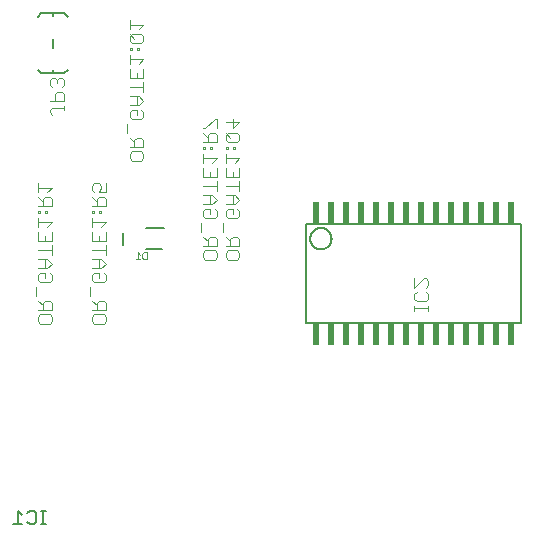
<source format=gbl>
G75*
%MOIN*%
%OFA0B0*%
%FSLAX25Y25*%
%IPPOS*%
%LPD*%
%AMOC8*
5,1,8,0,0,1.08239X$1,22.5*
%
%ADD10C,0.00500*%
%ADD11R,0.01969X0.07283*%
%ADD12C,0.00400*%
%ADD13C,0.00800*%
%ADD14C,0.00200*%
D10*
X0009968Y0028256D02*
X0012971Y0028256D01*
X0011470Y0028256D02*
X0011470Y0032760D01*
X0012971Y0031259D01*
X0014572Y0032009D02*
X0015323Y0032760D01*
X0016824Y0032760D01*
X0017575Y0032009D01*
X0017575Y0029007D01*
X0016824Y0028256D01*
X0015323Y0028256D01*
X0014572Y0029007D01*
X0019143Y0028256D02*
X0020644Y0028256D01*
X0019894Y0028256D02*
X0019894Y0032760D01*
X0020644Y0032760D02*
X0019143Y0032760D01*
X0107546Y0095471D02*
X0179042Y0095471D01*
X0179042Y0128541D01*
X0107546Y0128541D01*
X0107546Y0095471D01*
X0108878Y0123561D02*
X0108880Y0123680D01*
X0108886Y0123798D01*
X0108896Y0123916D01*
X0108910Y0124034D01*
X0108927Y0124151D01*
X0108949Y0124268D01*
X0108975Y0124384D01*
X0109004Y0124499D01*
X0109037Y0124613D01*
X0109074Y0124725D01*
X0109115Y0124837D01*
X0109160Y0124947D01*
X0109208Y0125055D01*
X0109260Y0125162D01*
X0109315Y0125267D01*
X0109374Y0125370D01*
X0109436Y0125471D01*
X0109501Y0125570D01*
X0109570Y0125667D01*
X0109642Y0125761D01*
X0109717Y0125853D01*
X0109795Y0125942D01*
X0109876Y0126029D01*
X0109960Y0126113D01*
X0110047Y0126194D01*
X0110136Y0126272D01*
X0110228Y0126347D01*
X0110322Y0126419D01*
X0110419Y0126488D01*
X0110518Y0126553D01*
X0110619Y0126615D01*
X0110722Y0126674D01*
X0110827Y0126729D01*
X0110934Y0126781D01*
X0111042Y0126829D01*
X0111152Y0126874D01*
X0111264Y0126915D01*
X0111376Y0126952D01*
X0111490Y0126985D01*
X0111605Y0127014D01*
X0111721Y0127040D01*
X0111838Y0127062D01*
X0111955Y0127079D01*
X0112073Y0127093D01*
X0112191Y0127103D01*
X0112309Y0127109D01*
X0112428Y0127111D01*
X0112547Y0127109D01*
X0112665Y0127103D01*
X0112783Y0127093D01*
X0112901Y0127079D01*
X0113018Y0127062D01*
X0113135Y0127040D01*
X0113251Y0127014D01*
X0113366Y0126985D01*
X0113480Y0126952D01*
X0113592Y0126915D01*
X0113704Y0126874D01*
X0113814Y0126829D01*
X0113922Y0126781D01*
X0114029Y0126729D01*
X0114134Y0126674D01*
X0114237Y0126615D01*
X0114338Y0126553D01*
X0114437Y0126488D01*
X0114534Y0126419D01*
X0114628Y0126347D01*
X0114720Y0126272D01*
X0114809Y0126194D01*
X0114896Y0126113D01*
X0114980Y0126029D01*
X0115061Y0125942D01*
X0115139Y0125853D01*
X0115214Y0125761D01*
X0115286Y0125667D01*
X0115355Y0125570D01*
X0115420Y0125471D01*
X0115482Y0125370D01*
X0115541Y0125267D01*
X0115596Y0125162D01*
X0115648Y0125055D01*
X0115696Y0124947D01*
X0115741Y0124837D01*
X0115782Y0124725D01*
X0115819Y0124613D01*
X0115852Y0124499D01*
X0115881Y0124384D01*
X0115907Y0124268D01*
X0115929Y0124151D01*
X0115946Y0124034D01*
X0115960Y0123916D01*
X0115970Y0123798D01*
X0115976Y0123680D01*
X0115978Y0123561D01*
X0115976Y0123442D01*
X0115970Y0123324D01*
X0115960Y0123206D01*
X0115946Y0123088D01*
X0115929Y0122971D01*
X0115907Y0122854D01*
X0115881Y0122738D01*
X0115852Y0122623D01*
X0115819Y0122509D01*
X0115782Y0122397D01*
X0115741Y0122285D01*
X0115696Y0122175D01*
X0115648Y0122067D01*
X0115596Y0121960D01*
X0115541Y0121855D01*
X0115482Y0121752D01*
X0115420Y0121651D01*
X0115355Y0121552D01*
X0115286Y0121455D01*
X0115214Y0121361D01*
X0115139Y0121269D01*
X0115061Y0121180D01*
X0114980Y0121093D01*
X0114896Y0121009D01*
X0114809Y0120928D01*
X0114720Y0120850D01*
X0114628Y0120775D01*
X0114534Y0120703D01*
X0114437Y0120634D01*
X0114338Y0120569D01*
X0114237Y0120507D01*
X0114134Y0120448D01*
X0114029Y0120393D01*
X0113922Y0120341D01*
X0113814Y0120293D01*
X0113704Y0120248D01*
X0113592Y0120207D01*
X0113480Y0120170D01*
X0113366Y0120137D01*
X0113251Y0120108D01*
X0113135Y0120082D01*
X0113018Y0120060D01*
X0112901Y0120043D01*
X0112783Y0120029D01*
X0112665Y0120019D01*
X0112547Y0120013D01*
X0112428Y0120011D01*
X0112309Y0120013D01*
X0112191Y0120019D01*
X0112073Y0120029D01*
X0111955Y0120043D01*
X0111838Y0120060D01*
X0111721Y0120082D01*
X0111605Y0120108D01*
X0111490Y0120137D01*
X0111376Y0120170D01*
X0111264Y0120207D01*
X0111152Y0120248D01*
X0111042Y0120293D01*
X0110934Y0120341D01*
X0110827Y0120393D01*
X0110722Y0120448D01*
X0110619Y0120507D01*
X0110518Y0120569D01*
X0110419Y0120634D01*
X0110322Y0120703D01*
X0110228Y0120775D01*
X0110136Y0120850D01*
X0110047Y0120928D01*
X0109960Y0121009D01*
X0109876Y0121093D01*
X0109795Y0121180D01*
X0109717Y0121269D01*
X0109642Y0121361D01*
X0109570Y0121455D01*
X0109501Y0121552D01*
X0109436Y0121651D01*
X0109374Y0121752D01*
X0109315Y0121855D01*
X0109260Y0121960D01*
X0109208Y0122067D01*
X0109160Y0122175D01*
X0109115Y0122285D01*
X0109074Y0122397D01*
X0109037Y0122509D01*
X0109004Y0122623D01*
X0108975Y0122738D01*
X0108949Y0122854D01*
X0108927Y0122971D01*
X0108910Y0123088D01*
X0108896Y0123206D01*
X0108886Y0123324D01*
X0108880Y0123442D01*
X0108878Y0123561D01*
D11*
X0110794Y0132163D03*
X0115794Y0132163D03*
X0120794Y0132163D03*
X0125794Y0132163D03*
X0130794Y0132163D03*
X0135794Y0132163D03*
X0140794Y0132163D03*
X0145794Y0132163D03*
X0150794Y0132163D03*
X0155794Y0132163D03*
X0160794Y0132163D03*
X0165794Y0132163D03*
X0170794Y0132163D03*
X0175794Y0132163D03*
X0175794Y0091849D03*
X0170794Y0091849D03*
X0165794Y0091849D03*
X0160794Y0091849D03*
X0155794Y0091849D03*
X0150794Y0091849D03*
X0145794Y0091849D03*
X0140794Y0091849D03*
X0135794Y0091849D03*
X0130794Y0091849D03*
X0125794Y0091849D03*
X0120794Y0091849D03*
X0115794Y0091849D03*
X0110794Y0091849D03*
D12*
X0085298Y0117273D02*
X0084531Y0116506D01*
X0081462Y0116506D01*
X0080694Y0117273D01*
X0080694Y0118808D01*
X0081462Y0119575D01*
X0084531Y0119575D01*
X0085298Y0118808D01*
X0085298Y0117273D01*
X0085298Y0121110D02*
X0080694Y0121110D01*
X0082229Y0121110D02*
X0082229Y0123412D01*
X0082996Y0124179D01*
X0084531Y0124179D01*
X0085298Y0123412D01*
X0085298Y0121110D01*
X0082229Y0122645D02*
X0080694Y0124179D01*
X0079927Y0125714D02*
X0079927Y0128783D01*
X0081462Y0130318D02*
X0080694Y0131085D01*
X0080694Y0132620D01*
X0081462Y0133387D01*
X0082996Y0133387D01*
X0082996Y0131852D01*
X0081462Y0130318D02*
X0084531Y0130318D01*
X0085298Y0131085D01*
X0085298Y0132620D01*
X0084531Y0133387D01*
X0083763Y0134922D02*
X0085298Y0136456D01*
X0083763Y0137991D01*
X0080694Y0137991D01*
X0082996Y0137991D02*
X0082996Y0134922D01*
X0083763Y0134922D02*
X0080694Y0134922D01*
X0077798Y0136456D02*
X0076263Y0137991D01*
X0073194Y0137991D01*
X0075496Y0137991D02*
X0075496Y0134922D01*
X0076263Y0134922D02*
X0073194Y0134922D01*
X0073962Y0133387D02*
X0075496Y0133387D01*
X0075496Y0131852D01*
X0073962Y0130318D02*
X0073194Y0131085D01*
X0073194Y0132620D01*
X0073962Y0133387D01*
X0076263Y0134922D02*
X0077798Y0136456D01*
X0077031Y0133387D02*
X0077798Y0132620D01*
X0077798Y0131085D01*
X0077031Y0130318D01*
X0073962Y0130318D01*
X0072427Y0128783D02*
X0072427Y0125714D01*
X0073194Y0124179D02*
X0074729Y0122645D01*
X0074729Y0123412D02*
X0074729Y0121110D01*
X0073194Y0121110D02*
X0077798Y0121110D01*
X0077798Y0123412D01*
X0077031Y0124179D01*
X0075496Y0124179D01*
X0074729Y0123412D01*
X0073962Y0119575D02*
X0073194Y0118808D01*
X0073194Y0117273D01*
X0073962Y0116506D01*
X0077031Y0116506D01*
X0077798Y0117273D01*
X0077798Y0118808D01*
X0077031Y0119575D01*
X0073962Y0119575D01*
X0077798Y0139526D02*
X0077798Y0142595D01*
X0077798Y0144130D02*
X0073194Y0144130D01*
X0073194Y0147199D01*
X0073194Y0148733D02*
X0073194Y0151803D01*
X0073194Y0153337D02*
X0073962Y0153337D01*
X0073962Y0154105D01*
X0073194Y0154105D01*
X0073194Y0153337D01*
X0075496Y0153337D02*
X0076263Y0153337D01*
X0076263Y0154105D01*
X0075496Y0154105D01*
X0075496Y0153337D01*
X0074729Y0155639D02*
X0074729Y0157941D01*
X0075496Y0158709D01*
X0077031Y0158709D01*
X0077798Y0157941D01*
X0077798Y0155639D01*
X0073194Y0155639D01*
X0074729Y0157174D02*
X0073194Y0158709D01*
X0073194Y0160243D02*
X0073962Y0160243D01*
X0077031Y0163313D01*
X0077798Y0163313D01*
X0077798Y0160243D01*
X0080694Y0158709D02*
X0082229Y0157174D01*
X0081462Y0158709D02*
X0080694Y0157941D01*
X0080694Y0156407D01*
X0081462Y0155639D01*
X0084531Y0155639D01*
X0085298Y0156407D01*
X0085298Y0157941D01*
X0084531Y0158709D01*
X0081462Y0158709D01*
X0082996Y0160243D02*
X0082996Y0163313D01*
X0080694Y0162545D02*
X0085298Y0162545D01*
X0082996Y0160243D01*
X0082996Y0154105D02*
X0082996Y0153337D01*
X0083763Y0153337D01*
X0083763Y0154105D01*
X0082996Y0154105D01*
X0081462Y0154105D02*
X0080694Y0154105D01*
X0080694Y0153337D01*
X0081462Y0153337D01*
X0081462Y0154105D01*
X0080694Y0151803D02*
X0080694Y0148733D01*
X0080694Y0147199D02*
X0080694Y0144130D01*
X0085298Y0144130D01*
X0085298Y0147199D01*
X0083763Y0148733D02*
X0085298Y0150268D01*
X0080694Y0150268D01*
X0077798Y0150268D02*
X0076263Y0148733D01*
X0077798Y0147199D02*
X0077798Y0144130D01*
X0075496Y0144130D02*
X0075496Y0145664D01*
X0073194Y0141060D02*
X0077798Y0141060D01*
X0080694Y0141060D02*
X0085298Y0141060D01*
X0085298Y0139526D02*
X0085298Y0142595D01*
X0082996Y0144130D02*
X0082996Y0145664D01*
X0077798Y0150268D02*
X0073194Y0150268D01*
X0053298Y0150273D02*
X0052531Y0149506D01*
X0049462Y0149506D01*
X0048694Y0150273D01*
X0048694Y0151808D01*
X0049462Y0152575D01*
X0052531Y0152575D01*
X0053298Y0151808D01*
X0053298Y0150273D01*
X0053298Y0154110D02*
X0053298Y0156412D01*
X0052531Y0157179D01*
X0050996Y0157179D01*
X0050229Y0156412D01*
X0050229Y0154110D01*
X0050229Y0155645D02*
X0048694Y0157179D01*
X0047927Y0158714D02*
X0047927Y0161783D01*
X0049462Y0163318D02*
X0048694Y0164085D01*
X0048694Y0165620D01*
X0049462Y0166387D01*
X0050996Y0166387D01*
X0050996Y0164852D01*
X0049462Y0163318D02*
X0052531Y0163318D01*
X0053298Y0164085D01*
X0053298Y0165620D01*
X0052531Y0166387D01*
X0051763Y0167922D02*
X0053298Y0169456D01*
X0051763Y0170991D01*
X0048694Y0170991D01*
X0050996Y0170991D02*
X0050996Y0167922D01*
X0051763Y0167922D02*
X0048694Y0167922D01*
X0053298Y0172526D02*
X0053298Y0175595D01*
X0053298Y0177130D02*
X0048694Y0177130D01*
X0048694Y0180199D01*
X0048694Y0181733D02*
X0048694Y0184803D01*
X0048694Y0186337D02*
X0049462Y0186337D01*
X0049462Y0187105D01*
X0048694Y0187105D01*
X0048694Y0186337D01*
X0050996Y0186337D02*
X0050996Y0187105D01*
X0051763Y0187105D01*
X0051763Y0186337D01*
X0050996Y0186337D01*
X0049462Y0188639D02*
X0048694Y0189407D01*
X0048694Y0190941D01*
X0049462Y0191709D01*
X0052531Y0191709D01*
X0053298Y0190941D01*
X0053298Y0189407D01*
X0052531Y0188639D01*
X0049462Y0188639D01*
X0050229Y0190174D02*
X0048694Y0191709D01*
X0048694Y0193243D02*
X0048694Y0196313D01*
X0048694Y0194778D02*
X0053298Y0194778D01*
X0051763Y0193243D01*
X0053298Y0183268D02*
X0048694Y0183268D01*
X0051763Y0181733D02*
X0053298Y0183268D01*
X0053298Y0180199D02*
X0053298Y0177130D01*
X0050996Y0177130D02*
X0050996Y0178664D01*
X0048694Y0174060D02*
X0053298Y0174060D01*
X0053298Y0154110D02*
X0048694Y0154110D01*
X0040798Y0141971D02*
X0040798Y0138902D01*
X0038496Y0138902D01*
X0039263Y0140437D01*
X0039263Y0141204D01*
X0038496Y0141971D01*
X0036962Y0141971D01*
X0036194Y0141204D01*
X0036194Y0139669D01*
X0036962Y0138902D01*
X0036194Y0137367D02*
X0037729Y0135833D01*
X0037729Y0136600D02*
X0037729Y0134298D01*
X0036194Y0134298D02*
X0040798Y0134298D01*
X0040798Y0136600D01*
X0040031Y0137367D01*
X0038496Y0137367D01*
X0037729Y0136600D01*
X0038496Y0132763D02*
X0038496Y0131996D01*
X0039263Y0131996D01*
X0039263Y0132763D01*
X0038496Y0132763D01*
X0036962Y0132763D02*
X0036962Y0131996D01*
X0036194Y0131996D01*
X0036194Y0132763D01*
X0036962Y0132763D01*
X0036194Y0130461D02*
X0036194Y0127392D01*
X0036194Y0125858D02*
X0036194Y0122788D01*
X0040798Y0122788D01*
X0040798Y0125858D01*
X0039263Y0127392D02*
X0040798Y0128927D01*
X0036194Y0128927D01*
X0038496Y0124323D02*
X0038496Y0122788D01*
X0040798Y0121254D02*
X0040798Y0118184D01*
X0040798Y0119719D02*
X0036194Y0119719D01*
X0036194Y0116650D02*
X0039263Y0116650D01*
X0040798Y0115115D01*
X0039263Y0113580D01*
X0036194Y0113580D01*
X0036962Y0112046D02*
X0038496Y0112046D01*
X0038496Y0110511D01*
X0040031Y0108976D02*
X0036962Y0108976D01*
X0036194Y0109744D01*
X0036194Y0111278D01*
X0036962Y0112046D01*
X0038496Y0113580D02*
X0038496Y0116650D01*
X0040031Y0112046D02*
X0040798Y0111278D01*
X0040798Y0109744D01*
X0040031Y0108976D01*
X0035427Y0107442D02*
X0035427Y0104373D01*
X0036194Y0102838D02*
X0037729Y0101303D01*
X0037729Y0102071D02*
X0037729Y0099769D01*
X0036194Y0099769D02*
X0040798Y0099769D01*
X0040798Y0102071D01*
X0040031Y0102838D01*
X0038496Y0102838D01*
X0037729Y0102071D01*
X0036962Y0098234D02*
X0040031Y0098234D01*
X0040798Y0097467D01*
X0040798Y0095932D01*
X0040031Y0095165D01*
X0036962Y0095165D01*
X0036194Y0095932D01*
X0036194Y0097467D01*
X0036962Y0098234D01*
X0022798Y0097467D02*
X0022031Y0098234D01*
X0018962Y0098234D01*
X0018194Y0097467D01*
X0018194Y0095932D01*
X0018962Y0095165D01*
X0022031Y0095165D01*
X0022798Y0095932D01*
X0022798Y0097467D01*
X0022798Y0099769D02*
X0022798Y0102071D01*
X0022031Y0102838D01*
X0020496Y0102838D01*
X0019729Y0102071D01*
X0019729Y0099769D01*
X0019729Y0101303D02*
X0018194Y0102838D01*
X0017427Y0104373D02*
X0017427Y0107442D01*
X0018962Y0108976D02*
X0018194Y0109744D01*
X0018194Y0111278D01*
X0018962Y0112046D01*
X0020496Y0112046D01*
X0020496Y0110511D01*
X0022031Y0108976D02*
X0018962Y0108976D01*
X0022031Y0108976D02*
X0022798Y0109744D01*
X0022798Y0111278D01*
X0022031Y0112046D01*
X0021263Y0113580D02*
X0022798Y0115115D01*
X0021263Y0116650D01*
X0018194Y0116650D01*
X0020496Y0116650D02*
X0020496Y0113580D01*
X0021263Y0113580D02*
X0018194Y0113580D01*
X0022798Y0118184D02*
X0022798Y0121254D01*
X0022798Y0122788D02*
X0018194Y0122788D01*
X0018194Y0125858D01*
X0018194Y0127392D02*
X0018194Y0130461D01*
X0018194Y0128927D02*
X0022798Y0128927D01*
X0021263Y0127392D01*
X0022798Y0125858D02*
X0022798Y0122788D01*
X0020496Y0122788D02*
X0020496Y0124323D01*
X0018194Y0119719D02*
X0022798Y0119719D01*
X0021263Y0131996D02*
X0020496Y0131996D01*
X0020496Y0132763D01*
X0021263Y0132763D01*
X0021263Y0131996D01*
X0018962Y0131996D02*
X0018962Y0132763D01*
X0018194Y0132763D01*
X0018194Y0131996D01*
X0018962Y0131996D01*
X0019729Y0134298D02*
X0019729Y0136600D01*
X0020496Y0137367D01*
X0022031Y0137367D01*
X0022798Y0136600D01*
X0022798Y0134298D01*
X0018194Y0134298D01*
X0019729Y0135833D02*
X0018194Y0137367D01*
X0018194Y0138902D02*
X0018194Y0141971D01*
X0018194Y0140437D02*
X0022798Y0140437D01*
X0021263Y0138902D01*
X0022962Y0164806D02*
X0022194Y0165573D01*
X0022194Y0166341D01*
X0022962Y0167108D01*
X0026798Y0167108D01*
X0026798Y0166341D02*
X0026798Y0167875D01*
X0026798Y0169410D02*
X0026798Y0171712D01*
X0026031Y0172479D01*
X0024496Y0172479D01*
X0023729Y0171712D01*
X0023729Y0169410D01*
X0022194Y0169410D02*
X0026798Y0169410D01*
X0026031Y0174014D02*
X0026798Y0174781D01*
X0026798Y0176316D01*
X0026031Y0177083D01*
X0025263Y0177083D01*
X0024496Y0176316D01*
X0023729Y0177083D01*
X0022962Y0177083D01*
X0022194Y0176316D01*
X0022194Y0174781D01*
X0022962Y0174014D01*
X0024496Y0175548D02*
X0024496Y0176316D01*
X0022798Y0099769D02*
X0018194Y0099769D01*
X0143608Y0099551D02*
X0143608Y0101086D01*
X0143608Y0100318D02*
X0148212Y0100318D01*
X0148212Y0099551D02*
X0148212Y0101086D01*
X0147445Y0102620D02*
X0144376Y0102620D01*
X0143608Y0103387D01*
X0143608Y0104922D01*
X0144376Y0105689D01*
X0143608Y0107224D02*
X0146678Y0110293D01*
X0147445Y0110293D01*
X0148212Y0109526D01*
X0148212Y0107991D01*
X0147445Y0107224D01*
X0147445Y0105689D02*
X0148212Y0104922D01*
X0148212Y0103387D01*
X0147445Y0102620D01*
X0143608Y0107224D02*
X0143608Y0110293D01*
D13*
X0060094Y0127006D02*
X0054094Y0127006D01*
X0046594Y0125506D02*
X0046594Y0121506D01*
X0054094Y0120006D02*
X0059594Y0120006D01*
X0026894Y0178606D02*
X0022994Y0178606D01*
X0019094Y0178606D01*
X0017994Y0179706D01*
X0022994Y0179606D02*
X0022994Y0178606D01*
X0026894Y0178606D02*
X0027994Y0179706D01*
X0022994Y0187106D02*
X0022994Y0190106D01*
X0022994Y0197606D02*
X0022994Y0198606D01*
X0026894Y0198606D01*
X0027994Y0197506D01*
X0022994Y0198606D02*
X0019094Y0198606D01*
X0017994Y0197506D01*
D14*
X0051470Y0118908D02*
X0051470Y0116706D01*
X0052204Y0116706D02*
X0050736Y0116706D01*
X0052204Y0118174D02*
X0051470Y0118908D01*
X0052946Y0118541D02*
X0052946Y0117073D01*
X0053313Y0116706D01*
X0054414Y0116706D01*
X0054414Y0118908D01*
X0053313Y0118908D01*
X0052946Y0118541D01*
M02*

</source>
